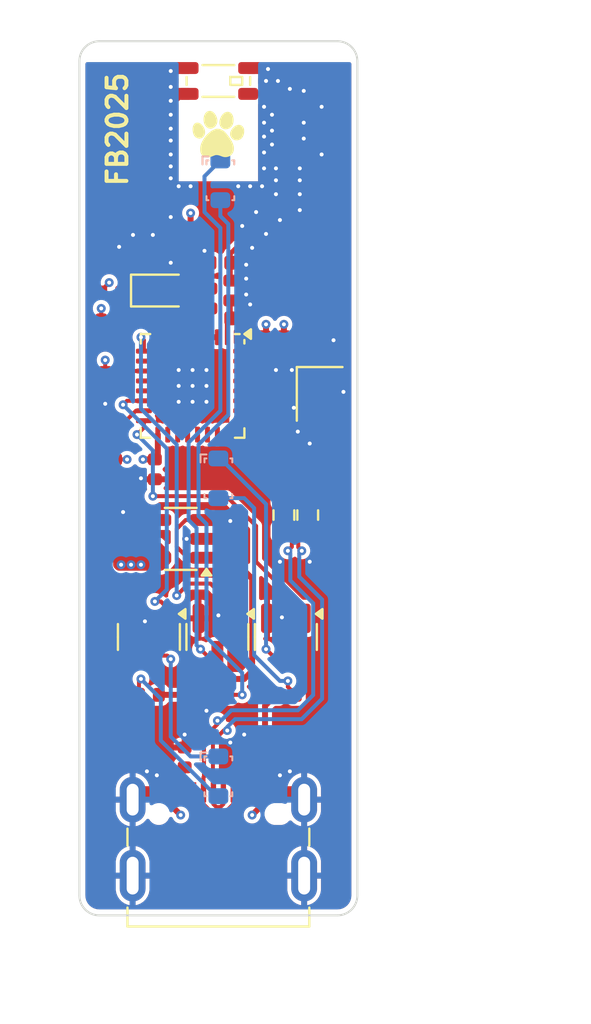
<source format=kicad_pcb>
(kicad_pcb (version 20241229) (generator "pcbnew") (generator_version "9.0")
  (layers (0 "F.Cu" signal) (4 "In1.Cu" signal) (6 "In2.Cu" signal) (2 "B.Cu" signal) (13 "F.Paste" user) (15 "B.Paste" user) (5 "F.SilkS" user "F.Silkscreen") (7 "B.SilkS" user "B.Silkscreen") (1 "F.Mask" user) (3 "B.Mask" user) (25 "Edge.Cuts" user))
  (net 0 "")
  (net 1 "Net-(AE1-A)")
  (net 2 "GND")
  (net 3 "+5V")
  (net 4 "+3V3")
  (net 5 "/XTAL_P")
  (net 6 "/XTAL_32K_P")
  (net 7 "/XTAL_N")
  (net 8 "/XTAL_32K_N")
  (net 9 "/ANT")
  (net 10 "Net-(C11-Pad1)")
  (net 11 "VDD3P3")
  (net 12 "Net-(D2-A)")
  (net 13 "Net-(D2-K)")
  (net 14 "Net-(D5-K)")
  (net 15 "Net-(D9-K)")
  (net 16 "Net-(D5-A)")
  (net 17 "/LED_Y")
  (net 20 "Net-(D9-A)")
  (net 22 "/LED_R")
  (net 23 "/RESET")
  (net 24 "Net-(J7-CC1)")
  (net 25 "/USB_D+")
  (net 26 "/USB_D-")
  (net 28 "Net-(J7-CC2)")
  (net 30 "/D+")
  (net 31 "/D-")
  (net 32 "/LED_G")
  (net 44 "/GPIO2")
  (net 45 "/GPIO9")
  (footprint "balto:C_0402_Worthington" (layer "F.Cu") (at 142.1 87.95)
    (property "Reference" "C10" (hide yes))
    (property "Value" "1.5p")
  )
  (footprint "balto:R_0402_Worthington" (layer "F.Cu") (at 135.6 88.05)
    (property "Reference" "R4" (hide yes))
    (property "Value" "10k")
  )
  (footprint "balto:C_0402_Worthington" (layer "F.Cu") (at 139.1 83.55 180)
    (property "Reference" "C5" (hide yes))
    (property "Value" "10u")
  )
  (footprint "balto:R_0402_Worthington" (layer "F.Cu") (at 141 106.9)
    (property "Reference" "R13" (hide yes))
    (property "Value" "220")
  )
  (footprint "balto:paw" (layer "F.Cu") (at 141 78.7)
    (property "Reference" "G***" (hide yes))
    (property "Value" "LOGO" (hide yes))
  )
  (footprint "balto:C_0402_Worthington" (layer "F.Cu") (at 145 79.7)
    (property "Reference" "C12" (hide yes))
    (property "Value" "TBD")
  )
  (footprint "balto:C_0402_Worthington" (layer "F.Cu") (at 144.3 89.35 -90)
    (property "Reference" "C3" (hide yes))
    (property "Value" "1u")
  )
  (footprint "balto:C_0402_Worthington" (layer "F.Cu") (at 143.3 89.35 -90)
    (property "Reference" "C4" (hide yes))
    (property "Value" "100n")
  )
  (footprint "Package_TO_SOT_SMD:SOT-23" (layer "F.Cu") (at 137.5 103.9875 -90)
    (property "Reference" "Q3" (hide yes))
    (property "Value" "BSS138")
  )
  (footprint "Package_TO_SOT_SMD:SOT-23" (layer "F.Cu") (at 144.4 103.9875 -90)
    (property "Reference" "Q1" (hide yes))
    (property "Value" "BSS138")
  )
  (footprint "balto:L_0402_Worthington" (layer "F.Cu") (at 144.5 78.5 -90)
    (property "Reference" "L3" (hide yes))
    (property "Value" "TBD")
  )
  (footprint "balto:R_0402_Worthington" (layer "F.Cu") (at 142.3 110.05 90)
    (property "Reference" "R9" (hide yes))
    (property "Value" "5.1k")
  )
  (footprint "balto:C_0402_Worthington" (layer "F.Cu") (at 137.8 95.55 -90)
    (property "Reference" "C19" (hide yes))
    (property "Value" "100n")
  )
  (footprint "Package_DFN_QFN:QFN-32-1EP_5x5mm_P0.5mm_EP3.7x3.7mm" (layer "F.Cu") (at 139.7 91.35 -90)
    (property "Reference" "U1" (hide yes))
    (property "Value" "ESP32C3")
  )
  (footprint "Connector_USB:USB_C_Receptacle_JAE_DX07S016JA1R1500" (layer "F.Cu") (at 141 114.85)
    (property "Reference" "J7" (hide yes))
    (property "Value" "USB_C_Receptacle_USB2.0")
  )
  (footprint "balto:R_0402_Worthington" (layer "F.Cu") (at 137.5 106.9 180)
    (property "Reference" "R17" (hide yes))
    (property "Value" "220")
  )
  (footprint "balto:R_0402_Worthington" (layer "F.Cu") (at 144.4 106.9)
    (property "Reference" "R8" (hide yes))
    (property "Value" "220")
  )
  (footprint "Fiducial:Fiducial_0.75mm_Mask1.5mm" (layer "F.Cu") (at 136 109)
    (property "Reference" "FID2" (hide yes))
    (property "Value" "Fiducial")
  )
  (footprint "Package_TO_SOT_SMD:SOT-23" (layer "F.Cu") (at 140.95 103.9875 -90)
    (property "Reference" "Q2" (hide yes))
    (property "Value" "BSS138")
  )
  (footprint "balto:C_0402_Worthington" (layer "F.Cu") (at 136.7 84.85 90)
    (property "Reference" "C9" (hide yes))
    (property "Value" "12p")
  )
  (footprint "balto:C_0402_Worthington" (layer "F.Cu") (at 137.7 84.85 90)
    (property "Reference" "C7" (hide yes))
    (property "Value" "12p")
  )
  (footprint "balto:R_0402_Worthington" (layer "F.Cu") (at 139.3 110.05 90)
    (property "Reference" "R10" (hide yes))
    (property "Value" "5.1k")
  )
  (footprint "balto:C_0402_Worthington" (layer "F.Cu") (at 146.1 89.85)
    (property "Reference" "C6" (hide yes))
    (property "Value" "15p")
  )
  (footprint "balto:C_0402_Worthington" (layer "F.Cu") (at 146.1 93.65 180)
    (property "Reference" "C8" (hide yes))
    (property "Value" "15p")
  )
  (footprint "balto:R_0402_Worthington" (layer "F.Cu") (at 135.8 94.55 90)
    (property "Reference" "R6" (hide yes))
    (property "Value" "10k")
  )
  (footprint "balto:L_0402_Worthington" (layer "F.Cu") (at 141.6 86.55 90)
    (property "Reference" "L1" (hide yes))
    (property "Value" "3n")
  )
  (footprint "Resistor_SMD:R_0603_1608Metric" (layer "F.Cu") (at 144.3 97.85 90)
    (property "Reference" "R2" (hide yes))
    (property "Value" "22")
  )
  (footprint "balto:C_0402_Worthington" (layer "F.Cu") (at 136.2 98.95 90)
    (property "Reference" "C2" (hide yes))
    (property "Value" "10u")
  )
  (footprint "Crystal:Crystal_SMD_2016-4Pin_2.0x1.6mm" (layer "F.Cu") (at 146.1 91.75 -90)
    (property "Reference" "Y2" (hide yes))
    (property "Value" "40MHz")
  )
  (footprint "balto:C_0402_Worthington" (layer "F.Cu") (at 140.6 86.95 90)
    (property "Reference" "C13" (hide yes))
    (property "Value" "1u")
  )
  (footprint "balto:C_0402_Worthington" (layer "F.Cu") (at 139.1 84.55 180)
    (property "Reference" "C17" (hide yes))
    (property "Value" "100n")
  )
  (footprint "balto:C_0402_Worthington" (layer "F.Cu") (at 141.6 99.45 90)
    (property "Reference" "C1" (hide yes))
    (property "Value" "1u")
  )
  (footprint "Package_TO_SOT_SMD:SOT-23-5" (layer "F.Cu") (at 139.1 99.05 180)
    (property "Reference" "U2" (hide yes))
    (property "Value" "TPS7A0333DBVR")
  )
  (footprint "balto:C_0402_Worthington" (layer "F.Cu") (at 145 77.3)
    (property "Reference" "C22" (hide yes))
    (property "Value" "TBD")
  )
  (footprint "balto:2450AT18D0100001-R" (layer "F.Cu") (at 141 76)
    (property "Reference" "AE1" (hide yes))
    (property "Value" "2450AT18D0100001")
  )
  (footprint "Fiducial:Fiducial_0.75mm_Mask1.5mm" (layer "F.Cu") (at 146 85)
    (property "Reference" "FID1" (hide yes))
    (property "Value" "Fiducial")
  )
  (footprint "Crystal:Crystal_SMD_2012-2Pin_2.0x1.2mm" (layer "F.Cu") (at 137.8 86.55)
    (property "Reference" "Y3" (hide yes))
    (property "Value" "32.768kHz")
  )
  (footprint "balto:C_0402_Worthington" (layer "F.Cu") (at 135.3 91.15 -90)
    (property "Reference" "C18" (hide yes))
    (property "Value" "100n")
  )
  (footprint "Resistor_SMD:R_0603_1608Metric" (layer "F.Cu") (at 145.5 97.85 90)
    (property "Reference" "R1" (hide yes))
    (property "Value" "22")
  )
  (footprint "balto:R_0402_Worthington" (layer "F.Cu") (at 139.6 85.95 -90)
    (property "Reference" "R7" (hide yes))
    (property "Value" "0")
  )
  (footprint "balto:C_0402_Worthington" (layer "F.Cu") (at 141.1 85.15 180)
    (property "Reference" "C11" (hide yes))
    (property "Value" "1.5p")
  )
  (footprint "balto:R_0402_Worthington" (layer "F.Cu") (at 135.6 86.65)
    (property "Reference" "R5" (hide yes))
    (property "Value" "10k")
  )
  (footprint "balto:Wurth_LED_2214" (layer "B.Cu") (at 141 96 -90)
    (property "Reference" "D2" (hide yes))
    (property "Value" "LED")
  )
  (footprint "balto:Wurth_LED_2214" (layer "B.Cu") (at 141.1 81 -90)
    (property "Reference" "D5" (hide yes))
    (property "Value" "LED")
  )
  (footprint "balto:Wurth_LED_2214" (layer "B.Cu") (at 141 111 -90)
    (property "Reference" "D9" (hide yes))
    (property "Value" "LED")
  )
  (gr_arc (start 134 75) (mid 134.292893 74.292893) (end 135 74) (stroke (width 0.1)) (layer "Edge.Cuts"))
  (gr_arc (start 147 74) (mid 147.707107 74.292893) (end 148 75) (stroke (width 0.1)) (layer "Edge.Cuts"))
  (gr_arc (start 135 118) (mid 134.292893 117.707107) (end 134 117) (stroke (width 0.1)) (layer "Edge.Cuts"))
  (gr_line (start 147 74) (end 135 74) (stroke (width 0.1)) (layer "Edge.Cuts"))
  (gr_line (start 148 117) (end 148 75) (stroke (width 0.1)) (layer "Edge.Cuts"))
  (gr_line (start 135 118) (end 147 118) (stroke (width 0.1)) (layer "Edge.Cuts"))
  (gr_arc (start 148 117) (mid 147.707107 117.707107) (end 147 118) (stroke (width 0.1)) (layer "Edge.Cuts"))
  (gr_line (start 134 75) (end 134 117) (stroke (width 0.1)) (layer "Edge.Cuts"))
  (gr_text "FB2025" (at 136.5 81.4 90) (layer "F.SilkS") (effects (font (size 1 1) (thickness 0.2) (bold yes)) (justify left bottom)))
  (segment (start 144.5 77.3) (end 143.85 76.65) (width 0.245) (layer "F.Cu") (net 1))
  (segment (start 143.85 76.65) (end 142.5 76.65) (width 0.245) (layer "F.Cu") (net 1))
  (segment (start 144.5 78) (end 144.5 77.3) (width 0.245) (layer "F.Cu") (net 1))
  (segment (start 138.95 76.65) (end 138.6 77) (width 0.6) (layer "F.Cu") (net 2))
  (segment (start 143.3 89.85) (end 144.3 89.85) (width 0.3) (layer "F.Cu") (net 2))
  (segment (start 138.6 75.5) (end 138.65 75.35) (width 0.6) (layer "F.Cu") (net 2))
  (segment (start 139.5 76.65) (end 138.95 76.65) (width 0.6) (layer "F.Cu") (net 2))
  (segment (start 143.8 90.45) (end 143.3 89.95) (width 0.3) (layer "F.Cu") (net 2))
  (segment (start 144.3 89.85) (end 144.3 90.15) (width 0.3) (layer "F.Cu") (net 2))
  (segment (start 139.5 75.35) (end 138.75 75.35) (width 0.6) (layer "F.Cu") (net 2))
  (segment (start 144.1 111.8) (end 144.945 111.8) (width 0.6) (layer "F.Cu") (net 2))
  (segment (start 143.35 75.35) (end 142.5 75.35) (width 0.6) (layer "F.Cu") (net 2))
  (segment (start 137.9 111.8) (end 137.055 111.8) (width 0.6) (layer "F.Cu") (net 2))
  (segment (start 143.3 89.95) (end 143.3 89.85) (width 0.3) (layer "F.Cu") (net 2))
  (segment (start 138.6 77) (end 138.6 76.3) (width 0.6) (layer "F.Cu") (net 2))
  (segment (start 137.055 111.8) (end 136.68 112.175) (width 0.6) (layer "F.Cu") (net 2))
  (segment (start 138.75 75.35) (end 138.6 75.5) (width 0.6) (layer "F.Cu") (net 2))
  (segment (start 144.945 111.8) (end 145.32 112.175) (width 0.6) (layer "F.Cu") (net 2))
  (segment (start 144.3 90.15) (end 144.7 90.55) (width 0.3) (layer "F.Cu") (net 2))
  (via (at 143.9 90.55) (size 0.45) (drill 0.2) (layers "F.Cu" "B.Cu") (net 2))
  (via (at 144.7 90.55) (size 0.45) (drill 0.2) (layers "F.Cu" "B.Cu") (net 2))
  (via (at 141.6 109.3) (size 0.45) (drill 0.2) (layers "F.Cu" "B.Cu") (net 2))
  (via (at 144.2 103) (size 0.45) (drill 0.2) (layers "F.Cu" "B.Cu") (net 2))
  (via (at 142.7 84.4) (size 0.45) (drill 0.2) (layers "F.Cu" "B.Cu") (net 2))
  (via (at 145.1 82.5) (size 0.45) (drill 0.2) (layers "F.Cu" "B.Cu") (net 2))
  (via (at 142.4 85.95) (size 0.45) (drill 0.2) (layers "F.Cu" "B.Cu") (net 2))
  (via (at 146.2 77.3) (size 0.45) (drill 0.2) (layers "F.Cu" "B.Cu") (net 2))
  (via (at 138.6 79) (size 0.45) (drill 0.2) (layers "F.Cu" "B.Cu") (net 2))
  (via (at 139.4 99.05) (size 0.45) (drill 0.2) (layers "F.Cu" "B.Cu") (net 2))
  (via (at 144.1 83) (size 0.45) (drill 0.2) (layers "F.Cu" "B.Cu") (net 2))
  (via (at 143.2 81.3) (size 0.45) (drill 0.2) (layers "F.Cu" "B.Cu") (net 2))
  (via (at 144.6 110.75) (size 0.45) (drill 0.2) (layers "F.Cu" "B.Cu") (net 2))
  (via (at 143.7 78.5) (size 0.45) (drill 0.2) (layers "F.Cu" "B.Cu") (net 2))
  (via (at 143.3 77.3) (size 0.45) (drill 0.2) (layers "F.Cu" "B.Cu") (net 2))
  (via (at 143.9 80.4) (size 0.45) (drill 0.2) (layers "F.Cu" "B.Cu") (net 2))
  (via (at 138.6 80.9) (size 0.45) (drill 0.2) (layers "F.Cu" "B.Cu") (net 2))
  (via (at 138.6 75.5) (size 0.45) (drill 0.2) (layers "F.Cu" "B.Cu") (net 2))
  (via (at 140.4 90.55) (size 0.45) (drill 0.2) (layers "F.Cu" "B.Cu") (net 2))
  (via (at 145.1 81) (size 0.45) (drill 0.2) (layers "F.Cu" "B.Cu") (net 2))
  (via (at 142.4 86.75) (size 0.45) (drill 0.2) (layers "F.Cu" "B.Cu") (net 2))
  (via (at 139 91.35) (size 0.45) (drill 0.2) (layers "F.Cu" "B.Cu") (net 2))
  (via (at 140.4 91.35) (size 0.45) (drill 0.2) (layers "F.Cu" "B.Cu") (net 2))
  (via (at 143.9 81) (size 0.45) (drill 0.2) (layers "F.Cu" "B.Cu") (net 2))
  (via (at 143.5 75.4) (size 0.45) (drill 0.2) (layers "F.Cu" "B.Cu") (net 2))
  (via (at 144.6 76.4) (size 0.45) (drill 0.2) (layers "F.Cu" "B.Cu") (net 2))
  (via (at 145.1 80.4) (size 0.45) (drill 0.2) (layers "F.Cu" "B.Cu") (net 2))
  (via (at 138.6 76.3) (size 0.45) (drill 0.2) (layers "F.Cu" "B.Cu") (net 2))
  (via (at 142.3 108.9) (size 0.45) (drill 0.2) (layers "F.Cu" "B.Cu") (net 2))
  (via (at 142 81.3) (size 0.45) (drill 0.2) (layers "F.Cu" "B.Cu") (net 2))
  (via (at 143.4 76) (size 0.45) (drill 0.2) (layers "F.Cu" "B.Cu") (net 2))
  (via (at 138.6 77) (size 0.45) (drill 0.2) (layers "F.Cu" "B.Cu") (net 2))
  (via (at 144.1 100.2) (size 0.45) (drill 0.2) (layers "F.Cu" "B.Cu") (net 2))
  (via (at 145.6 94.25) (size 0.45) (drill 0.2) (layers "F.Cu" "B.Cu") (net 2))
  (via (at 139.3 108.9) (size 0.45) (drill 0.2) (layers "F.Cu" "B.Cu") (net 2))
  (via (at 138.6 85.15) (size 0.45) (drill 0.2) (layers "F.Cu" "B.Cu") (net 2))
  (via (at 139.7 90.55) (size 0.45) (drill 0.2) (layers "F.Cu" "B.Cu") (net 2))
  (via (at 138.6 77.7) (size 0.45) (drill 0.2) (layers "F.Cu" "B.Cu") (net 2))
  (via (at 142.2 83.3) (size 0.45) (drill 0.2) (layers "F.Cu" "B.Cu") (net 2))
  (via (at 137.9 110.95) (size 0.45) (drill 0.2) (layers "F.Cu" "B.Cu") (net 2))
  (via (at 143.9 81.7) (size 0.45) (drill 0.2) (layers "F.Cu" "B.Cu") (net 2))
  (via (at 147.3 91.65) (size 0.45) (drill 0.2) (layers "F.Cu" "B.Cu") (net 2))
  (via (at 137.4 110.75) (size 0.45) (drill 0.2) (layers "F.Cu" "B.Cu") (net 2))
  (via (at 146.8 89.05) (size 0.45) (drill 0.2) (layers "F.Cu" "B.Cu") (net 2))
  (via (at 139 90.55) (size 0.45) (drill 0.2) (layers "F.Cu" "B.Cu") (net 2))
  (via (at 145 93.65) (size 0.45) (drill 0.2) (layers "F.Cu" "B.Cu") (net 2))
  (via (at 140.4 107.7) (size 0.45) (drill 0.2) (layers "F.Cu" "B.Cu") (net 2))
  (via (at 140.4 92.15) (size 0.45) (drill 0.2) (layers "F.Cu" "B.Cu") (net 2))
  (via (at 143.4 83.7) (size 0.45) (drill 0.2) (layers "F.Cu" "B.Cu") (net 2))
  (via (at 136 84.35) (size 0.45) (drill 0.2) (layers "F.Cu" "B.Cu") (net 2))
  (via (at 142.9 82.6) (size 0.45) (drill 0.2) (layers "F.Cu" "B.Cu") (net 2))
  (via (at 138.6 80.3) (size 0.45) (drill 0.2) (layers "F.Cu" "B.Cu") (net 2))
  (via (at 139.7 92.15) (size 0.45) (drill 0.2) (layers "F.Cu" "B.Cu") (net 2))
  (via (at 138.6 82.85) (size 0.45) (drill 0.2) (layers "F.Cu" "B.Cu") (net 2))
  (via (at 146.2 79.7) (size 0.45) (drill 0.2) (layers "F.Cu" "B.Cu") (net 2))
  (via (at 143.3 80.4) (size 0.45) (drill 0.2) (layers "F.Cu" "B.Cu") (net 2))
  (via (at 137.7 83.75) (size 0.45) (drill 0.2) (layers "F.Cu" "B.Cu") (net 2))
  (via (at 143.3 78.1) (size 0.45) (drill 0.2) (layers "F.Cu" "B.Cu") (net 2))
  (via (at 144.1 110.95) (size 0.45) (drill 0.2) (layers "F.Cu" "B.Cu") (net 2))
  (via (at 143.7 77.7) (size 0.45) (drill 0.2) (layers "F.Cu" "B.Cu") (net 2))
  (via (at 142.6 81.3) (size 0.45) (drill 0.2) (layers "F.Cu" "B.Cu") (net 2))
  (via (at 145.1 81.7) (size 0.45) (drill 0.2) (layers "F.Cu" "B.Cu") (net 2))
  (via (at 140.3 84.55) (size 0.45) (drill 0.2) (layers "F.Cu" "B.Cu") (net 2))
  (via (at 143.3 78.8) (size 0.45) (drill 0.2) (layers "F.Cu" "B.Cu") (net 2))
  (via (at 137.1 96) (size 0.45) (drill 0.2) (layers "F.Cu" "B.Cu") (net 2))
  (via (at 145.6 100.2) (size 0.45) (drill 0.2) (layers "F.Cu" "B.Cu") (net 2))
  (via (at 138.6 78.4) (size 0.45) (drill 0.2) (layers "F.Cu" "B.Cu") (net 2))
  (via (at 139.7 91.35) (size 0.45) (drill 0.2) (layers "F.Cu" "B.Cu") (net 2))
  (via (at 137.3 103.2) (size 0.45) (drill 0.2) (layers "F.Cu" "B.Cu") (net 2))
  (via (at 144 76) (size 0.45) (drill 0.2) (layers "F.Cu" "B.Cu") (net 2))
  (via (at 144.8 92.45) (size 0.45) (drill 0.2) (layers "F.Cu" "B.Cu") (net 2))
  (via (at 142.6 87.25) (size 0.45) (drill 0.2) (layers "F.Cu" "B.Cu") (net 2))
  (via (at 139.6 81.3) (size 0.45) (drill 0.2) (layers "F.Cu" "B.Cu") (net 2))
  (via (at 145.3 78.9) (size 0.45) (drill 0.2) (layers "F.Cu" "B.Cu") (net 2))
  (via (at 135.3 92.25) (size 0.45) (drill 0.2) (layers "F.Cu" "B.Cu") (net 2))
  (via (at 139 92.15) (size 0.45) (drill 0.2) (layers "F.Cu" "B.Cu") (net 2))
  (via (at 139 81.3) (size 0.45) (drill 0.2) (layers "F.Cu" "B.Cu") (net 2))
  (via (at 141 102.9) (size 0.45) (drill 0.2) (layers "F.Cu" "B.Cu") (net 2))
  (via (at 143.7 79.2) (size 0.45) (drill 0.2) (layers "F.Cu" "B.Cu") (net 2))
  (via (at 143.3 79.6) (size 0.45) (drill 0.2) (layers "F.Cu" "B.Cu") (net 2))
  (via (at 141.6 98.15) (size 0.45) (drill 0.2) (layers "F.Cu" "B.Cu") (net 2))
  (via (at 136.2 97.7) (size 0.45) (drill 0.2) (layers "F.Cu" "B.Cu") (net 2))
  (via (at 145.3 78.1) (size 0.45) (drill 0.2) (layers "F.Cu" "B.Cu") (net 2))
  (via (at 138.6 79.7) (size 0.45) (drill 0.2) (layers "F.Cu" "B.Cu") (net 2))
  (via (at 145.3 76.5) (size 0.45) (drill 0.2) (layers "F.Cu" "B.Cu") (net 2))
  (via (at 136.7 83.75) (size 0.45) (drill 0.2) (layers "F.Cu" "B.Cu") (net 2))
  (via (at 142.4 85.25) (size 0.45) (drill 0.2) (layers "F.Cu" "B.Cu") (net 2))
  (segment (start 142.7 105.7) (end 143.9 106.9) (width 0.3) (layer "F.Cu") (net 3))
  (segment (start 139.1 112.95) (end 138.65 112.5) (width 0.3) (layer "F.Cu") (net 3))
  (segment (start 140.2375 98.1) (end 139.35 98.1) (width 0.2) (layer "F.Cu") (net 3))
  (segment (start 139.35 98.1) (end 138.9 98.55) (width 0.2) (layer "F.Cu") (net 3))
  (segment (start 138.9 99.45) (end 139.45 100) (width 0.2) (layer "F.Cu") (net 3))
  (segment (start 140.2375 100) (end 141.55 100) (width 0.3) (layer "F.Cu") (net 3))
  (segment (start 141.3 106.1) (end 140.5 106.9) (width 0.3) (layer "F.Cu") (net 3))
  (segment (start 142.3 106.1) (end 141.3 106.1) (width 0.3) (layer "F.Cu") (net 3))
  (segment (start 143.35 111.8) (end 143.35 107.45) (width 0.3) (layer "F.Cu") (net 3))
  (segment (start 141.55 100) (end 141.6 99.95) (width 0.3) (layer "F.Cu") (net 3))
  (segment (start 142.7 105.7) (end 142.3 106.1) (width 0.3) (layer "F.Cu") (net 3))
  (segment (start 138.9 98.55) (end 138.9 99.45) (width 0.2) (layer "F.Cu") (net 3))
  (segment (start 143.35 107.45) (end 143.9 106.9) (width 0.3) (layer "F.Cu") (net 3))
  (segment (start 141.6 99.95) (end 142.7 101.05) (width 0.3) (layer "F.Cu") (net 3))
  (segment (start 139.45 100) (end 140.2375 100) (width 0.2) (layer "F.Cu") (net 3))
  (segment (start 143.35 112.3) (end 143.35 111.8) (width 0.3) (layer "F.Cu") (net 3))
  (segment (start 138.65 112.5) (end 138.65 111.8) (width 0.3) (layer "F.Cu") (net 3))
  (segment (start 138 106.9) (end 140.5 106.9) (width 0.3) (layer "F.Cu") (net 3))
  (segment (start 142.7 101.05) (end 142.7 105.7) (width 0.3) (layer "F.Cu") (net 3))
  (segment (start 142.7 112.95) (end 143.35 112.3) (width 0.3) (layer "F.Cu") (net 3))
  (via (at 142.7 112.95) (size 0.45) (drill 0.2) (layers "F.Cu" "B.Cu") (net 3))
  (via (at 139.1 112.95) (size 0.45) (drill 0.2) (layers "F.Cu" "B.Cu") (net 3))
  (segment (start 135.3 90.65) (end 135.3 90.05) (width 0.2) (layer "F.Cu") (net 4))
  (segment (start 143.2 88.85) (end 142.45 89.6) (width 0.3) (layer "F.Cu") (net 4))
  (segment (start 139.6 85.45) (end 139.6 84.55) (width 0.3) (layer "F.Cu") (net 4))
  (segment (start 139.6 83.55) (end 139.6 82.65) (width 0.3) (layer "F.Cu") (net 4))
  (segment (start 139.6 84.55) (end 139.6 83.55) (width 0.3) (layer "F.Cu") (net 4))
  (segment (start 135.1 88.05) (end 135.1 87.45) (width 0.2) (layer "F.Cu") (net 4))
  (segment (start 135.8 95.05) (end 136.4 95.05) (width 0.2) (layer "F.Cu") (net 4))
  (segment (start 143.4 88.85) (end 144.3 88.85) (width 0.3) (layer "F.Cu") (net 4))
  (segment (start 144.3 88.85) (end 144.3 88.25) (width 0.3) (layer "F.Cu") (net 4))
  (segment (start 137.95 93.8) (end 137.95 94.9) (width 0.3) (layer "F.Cu") (net 4))
  (segment (start 142.45 89.6) (end 142.15 89.6) (width 0.3) (layer "F.Cu") (net 4))
  (segment (start 143.4 88.85) (end 143.4 88.25) (width 0.3) (layer "F.Cu") (net 4))
  (segment (start 143.4 88.85) (end 143.2 88.85) (width 0.3) (layer "F.Cu") (net 4))
  (segment (start 135.1 86.55) (end 135.5 86.15) (width 0.2) (layer "F.Cu") (net 4))
  (segment (start 137.8 95.05) (end 137.2 95.05) (width 0.3) (layer "F.Cu") (net 4))
  (segment (start 135.1 86.65) (end 135.1 86.55) (width 0.2) (layer "F.Cu") (net 4))
  (segment (start 137.95 94.9) (end 137.8 95.05) (width 0.3) (layer "F.Cu") (net 4))
  (segment (start 135.35 90.6) (end 135.3 90.65) (width 0.2) (layer "F.Cu") (net 4))
  (segment (start 137.25 90.6) (end 135.35 90.6) (width 0.2) (layer "F.Cu") (net 4))
  (segment (start 142.15 90.1) (end 142.15 89.6) (width 0.3) (layer "F.Cu") (net 4))
  (via (at 144.3 88.25) (size 0.45) (drill 0.2) (layers "F.Cu" "B.Cu") (net 4))
  (via (at 137.2 95.05) (size 0.45) (drill 0.2) (layers "F.Cu" "B.Cu") (net 4))
  (via (at 136.6 100.35) (size 0.45) (drill 0.2) (layers "F.Cu" "B.Cu") (net 4))
  (via (at 139.6 82.65) (size 0.45) (drill 0.2) (layers "F.Cu" "B.Cu") (net 4))
  (via (at 136.1 100.35) (size 0.45) (drill 0.2) (layers "F.Cu" "B.Cu") (net 4))
  (via (at 135.1 87.45) (size 0.45) (drill 0.2) (layers "F.Cu" "B.Cu") (net 4))
  (via (at 135.5 86.15) (size 0.45) (drill 0.2) (layers "F.Cu" "B.Cu") (net 4))
  (via (at 136.4 95.05) (size 0.45) (drill 0.2) (layers "F.Cu" "B.Cu") (net 4))
  (via (at 143.4 88.25) (size 0.45) (drill 0.2) (layers "F.Cu" "B.Cu") (net 4))
  (via (at 135.3 90.05) (size 0.45) (drill 0.2) (layers "F.Cu" "B.Cu") (net 4))
  (via (at 137.1 100.35) (size 0.45) (drill 0.2) (layers "F.Cu" "B.Cu") (net 4))
  (segment (start 145.55 91.05) (end 145.55 89.9) (width 0.2) (layer "F.Cu") (net 5))
  (segment (start 143.7 91.05) (end 145.55 91.05) (width 0.2) (layer "F.Cu") (net 5))
  (segment (start 143.25 90.6) (end 143.7 91.05) (width 0.2) (layer "F.Cu") (net 5))
  (segment (start 142.15 90.6) (end 143.25 90.6) (width 0.2) (layer "F.Cu") (net 5))
  (segment (start 145.55 89.9) (end 145.6 89.85) (width 0.2) (layer "F.Cu") (net 5))
  (segment (start 139.95 87.8) (end 139.2 87.05) (width 0.2) (layer "F.Cu") (net 6))
  (segment (start 139.95 88.9) (end 139.95 87.8) (width 0.2) (layer "F.Cu") (net 6))
  (segment (start 138.5 86.55) (end 138.5 86.15) (width 0.2) (layer "F.Cu") (net 6))
  (segment (start 138.5 86.15) (end 137.7 85.35) (width 0.2) (layer "F.Cu") (net 6))
  (segment (start 138.7 87.05) (end 138.5 86.85) (width 0.2) (layer "F.Cu") (net 6))
  (segment (start 139.2 87.05) (end 138.7 87.05) (width 0.2) (layer "F.Cu") (net 6))
  (segment (start 138.5 86.85) (end 138.5 86.55) (width 0.2) (layer "F.Cu") (net 6))
  (segment (start 146.65 93.6) (end 146.6 93.65) (width 0.2) (layer "F.Cu") (net 7))
  (segment (start 143.25 91.1) (end 143.9 91.75) (width 0.2) (layer "F.Cu") (net 7))
  (segment (start 146.65 92.45) (end 146.65 93.6) (width 0.2) (layer "F.Cu") (net 7))
  (segment (start 146.65 92.325) (end 146.65 92.45) (width 0.2) (layer "F.Cu") (net 7))
  (segment (start 146.075 91.75) (end 146.65 92.325) (width 0.2) (layer "F.Cu") (net 7))
  (segment (start 143.9 91.75) (end 146.075 91.75) (width 0.2) (layer "F.Cu") (net 7))
  (segment (start 142.15 91.1) (end 143.25 91.1) (width 0.2) (layer "F.Cu") (net 7))
  (segment (start 137.1 86.55) (end 137.1 86.25) (width 0.2) (layer "F.Cu") (net 8))
  (segment (start 139.45 87.9) (end 139 87.45) (width 0.2) (layer "F.Cu") (net 8))
  (segment (start 139 87.45) (end 137.8 87.45) (width 0.2) (layer "F.Cu") (net 8))
  (segment (start 139.45 88.9) (end 139.45 87.9) (width 0.2) (layer "F.Cu") (net 8))
  (segment (start 136.7 85.85) (end 136.7 85.35) (width 0.2) (layer "F.Cu") (net 8))
  (segment (start 137.1 86.75) (end 137.1 86.55) (width 0.2) (layer "F.Cu") (net 8))
  (segment (start 137.8 87.45) (end 137.1 86.75) (width 0.2) (layer "F.Cu") (net 8))
  (segment (start 136.7 85.85) (end 137.1 86.25) (width 0.2) (layer "F.Cu") (net 8))
  (segment (start 141.6 87.95) (end 141.6 87.05) (width 0.245) (layer "F.Cu") (net 9))
  (segment (start 141.45 88.1) (end 141.6 87.95) (width 0.245) (layer "F.Cu") (net 9))
  (segment (start 141.45 88.9) (end 141.45 88.1) (width 0.245) (layer "F.Cu") (net 9))
  (segment (start 141.6 84.7) (end 141.6 85.15) (width 0.245) (layer "F.Cu") (net 10))
  (segment (start 144.5 79.7) (end 144.5 79) (width 0.245) (layer "F.Cu") (net 10))
  (segment (start 144.5 81.8) (end 141.6 84.7) (width 0.245) (layer "F.Cu") (net 10))
  (segment (start 141.6 86.05) (end 141.6 85.15) (width 0.245) (layer "F.Cu") (net 10))
  (segment (start 144.5 79.7) (end 144.5 81.8) (width 0.245) (layer "F.Cu") (net 10))
  (segment (start 140.45 88.9) (end 140.45 87.6) (width 0.3) (layer "F.Cu") (net 11))
  (segment (start 140.6 87.45) (end 139.6 86.45) (width 0.3) (layer "F.Cu") (net 11))
  (segment (start 140.45 87.6) (end 140.6 87.45) (width 0.3) (layer "F.Cu") (net 11))
  (segment (start 140.95 88.9) (end 140.45 88.9) (width 0.3) (layer "F.Cu") (net 11))
  (segment (start 144.5 106.5) (end 144.5 106.2) (width 0.2) (layer "F.Cu") (net 12))
  (segment (start 144.9 106.9) (end 144.5 106.5) (width 0.2) (layer "F.Cu") (net 12))
  (via (at 144.5 106.2) (size 0.45) (drill 0.2) (layers "F.Cu" "B.Cu") (net 12))
  (segment (start 144.5 106.2) (end 144.1 106.2) (width 0.2) (layer "B.Cu") (net 12))
  (segment (start 142.3 97) (end 141 97) (width 0.2) (layer "B.Cu") (net 12))
  (segment (start 144.1 106.2) (end 142.8 104.9) (width 0.2) (layer "B.Cu") (net 12))
  (segment (start 142.8 97.5) (end 142.3 97) (width 0.2) (layer "B.Cu") (net 12))
  (segment (start 142.8 104.9) (end 142.8 97.5) (width 0.2) (layer "B.Cu") (net 12))
  (segment (start 143.4 104.6) (end 143.725 104.925) (width 0.2) (layer "F.Cu") (net 13))
  (segment (start 143.725 104.925) (end 144.4 104.925) (width 0.2) (layer "F.Cu") (net 13))
  (via (at 143.4 104.6) (size 0.45) (drill 0.2) (layers "F.Cu" "B.Cu") (net 13))
  (segment (start 141.1 95) (end 141.7 95.6) (width 0.2) (layer "B.Cu") (net 13))
  (segment (start 143.4 97.3) (end 143.4 104.6) (width 0.2) (layer "B.Cu") (net 13))
  (segment (start 141.7 95.6) (end 143.4 97.3) (width 0.2) (layer "B.Cu") (net 13))
  (segment (start 141 95) (end 141.1 95) (width 0.2) (layer "B.Cu") (net 13))
  (segment (start 140.425 104.925) (end 140.95 104.925) (width 0.2) (layer "F.Cu") (net 14))
  (segment (start 140.1 104.6) (end 140.425 104.925) (width 0.2) (layer "F.Cu") (net 14))
  (via (at 140.1 104.6) (size 0.45) (drill 0.2) (layers "F.Cu" "B.Cu") (net 14))
  (segment (start 140.3 80.8) (end 141.1 80) (width 0.2) (layer "B.Cu") (net 14))
  (segment (start 139.5 94.2) (end 141.1 92.6) (width 0.2) (layer "B.Cu") (net 14))
  (segment (start 139.9 104.4) (end 139.9 98.5) (width 0.2) (layer "B.Cu") (net 14))
  (segment (start 141.1 83.4) (end 140.3 82.6) (width 0.2) (layer "B.Cu") (net 14))
  (segment (start 139.9 98.5) (end 139.5 98.1) (width 0.2) (layer "B.Cu") (net 14))
  (segment (start 139.5 98.1) (end 139.5 94.2) (width 0.2) (layer "B.Cu") (net 14))
  (segment (start 141.1 92.6) (end 141.1 83.4) (width 0.2) (layer "B.Cu") (net 14))
  (segment (start 140.3 82.6) (end 140.3 80.8) (width 0.2) (layer "B.Cu") (net 14))
  (segment (start 140.1 104.6) (end 139.9 104.4) (width 0.2) (layer "B.Cu") (net 14))
  (segment (start 138.425 104.925) (end 137.5 104.925) (width 0.2) (layer "F.Cu") (net 15))
  (segment (start 138.6 105.1) (end 138.425 104.925) (width 0.2) (layer "F.Cu") (net 15))
  (via (at 138.6 105.1) (size 0.45) (drill 0.2) (layers "F.Cu" "B.Cu") (net 15))
  (segment (start 138.6 105.1) (end 138.6 109) (width 0.2) (layer "B.Cu") (net 15))
  (segment (start 139.6 110) (end 141 110) (width 0.2) (layer "B.Cu") (net 15))
  (segment (start 138.6 109) (end 139.6 110) (width 0.2) (layer "B.Cu") (net 15))
  (segment (start 142.2 106.9) (end 141.5 106.9) (width 0.2) (layer "F.Cu") (net 16))
  (via (at 142.2 106.9) (size 0.45) (drill 0.2) (layers "F.Cu" "B.Cu") (net 16))
  (segment (start 141.5 83.2) (end 141.1 82.8) (width 0.2) (layer "B.Cu") (net 16))
  (segment (start 141.5 92.8) (end 141.5 83.2) (width 0.2) (layer "B.Cu") (net 16))
  (segment (start 141.1 82.8) (end 141.1 82) (width 0.2) (layer "B.Cu") (net 16))
  (segment (start 142.2 105.8) (end 140.4 104) (width 0.2) (layer "B.Cu") (net 16))
  (segment (start 142.2 106.9) (end 142.2 105.8) (width 0.2) (layer "B.Cu") (net 16))
  (segment (start 140.4 104) (end 140.4 98.3) (width 0.2) (layer "B.Cu") (net 16))
  (segment (start 140 94.3) (end 141.5 92.8) (width 0.2) (layer "B.Cu") (net 16))
  (segment (start 140.4 98.3) (end 140 97.9) (width 0.2) (layer "B.Cu") (net 16))
  (segment (start 140 97.9) (end 140 94.3) (width 0.2) (layer "B.Cu") (net 16))
  (segment (start 137.25 92.1) (end 136.4 92.1) (width 0.2) (layer "F.Cu") (net 17))
  (segment (start 137.8 102.2) (end 138.1 102.2) (width 0.2) (layer "F.Cu") (net 17))
  (segment (start 138.1 102.2) (end 138.45 102.55) (width 0.2) (layer "F.Cu") (net 17))
  (segment (start 136.4 92.1) (end 136.2 92.3) (width 0.2) (layer "F.Cu") (net 17))
  (segment (start 138.45 102.55) (end 138.45 103.05) (width 0.2) (layer "F.Cu") (net 17))
  (via (at 136.2 92.3) (size 0.45) (drill 0.2) (layers "F.Cu" "B.Cu") (net 17))
  (via (at 137.8 102.2) (size 0.45) (drill 0.2) (layers "F.Cu" "B.Cu") (net 17))
  (segment (start 136.2 92.3) (end 138.4 94.5) (width 0.2) (layer "B.Cu") (net 17))
  (segment (start 138.4 101.6) (end 137.8 102.2) (width 0.2) (layer "B.Cu") (net 17))
  (segment (start 138.4 94.5) (end 138.4 101.6) (width 0.2) (layer "B.Cu") (net 17))
  (segment (start 137 106.9) (end 137 106.2) (width 0.2) (layer "F.Cu") (net 20))
  (segment (start 137 106.2) (end 137.1 106.1) (width 0.2) (layer "F.Cu") (net 20))
  (via (at 137.1 106.1) (size 0.45) (drill 0.2) (layers "F.Cu" "B.Cu") (net 20))
  (segment (start 140.9 112) (end 141 112) (width 0.2) (layer "B.Cu") (net 20))
  (segment (start 137.1 106.1) (end 138.1 107.1) (width 0.2) (layer "B.Cu") (net 20))
  (segment (start 138.1 109.2) (end 140.9 112) (width 0.2) (layer "B.Cu") (net 20))
  (segment (start 138.1 107.1) (end 138.1 109.2) (width 0.2) (layer "B.Cu") (net 20))
  (segment (start 141.9 102.6) (end 141.9 103.05) (width 0.2) (layer "F.Cu") (net 22))
  (segment (start 138.9 101.9) (end 139.5 101.3) (width 0.2) (layer "F.Cu") (net 22))
  (segment (start 137.25 89.6) (end 137.25 89.05) (width 0.2) (layer "F.Cu") (net 22))
  (segment (start 140.6 101.3) (end 141.9 102.6) (width 0.2) (layer "F.Cu") (net 22))
  (segment (start 137.25 89.05) (end 137.1 88.9) (width 0.2) (layer "F.Cu") (net 22))
  (segment (start 139.5 101.3) (end 140.6 101.3) (width 0.2) (layer "F.Cu") (net 22))
  (via (at 137.1 88.9) (size 0.45) (drill 0.2) (layers "F.Cu" "B.Cu") (net 22))
  (via (at 138.9 101.9) (size 0.45) (drill 0.2) (layers "F.Cu" "B.Cu") (net 22))
  (segment (start 138.9 94.3) (end 138.9 101.9) (width 0.2) (layer "B.Cu") (net 22))
  (segment (start 137.1 88.9) (end 137.1 92.5) (width 0.2) (layer "B.Cu") (net 22))
  (segment (start 137.1 92.5) (end 138.9 94.3) (width 0.2) (layer "B.Cu") (net 22))
  (segment (start 136.3 88.25) (end 136.1 88.05) (width 0.2) (layer "F.Cu") (net 23))
  (segment (start 138.2 88.25) (end 136.3 88.25) (width 0.2) (layer "F.Cu") (net 23))
  (segment (start 138.45 88.9) (end 138.45 88.5) (width 0.2) (layer "F.Cu") (net 23))
  (segment (start 138.45 88.5) (end 138.2 88.25) (width 0.2) (layer "F.Cu") (net 23))
  (segment (start 139.25 110.6) (end 139.3 110.55) (width 0.2) (layer "F.Cu") (net 24))
  (segment (start 139.25 111.8) (end 139.25 110.6) (width 0.2) (layer "F.Cu") (net 24))
  (segment (start 140.725 109.240686) (end 141.270711 108.694976) (width 0.2) (layer "F.Cu") (net 25))
  (segment (start 140.75 112.4) (end 140.75 111.8) (width 0.2) (layer "F.Cu") (net 25))
  (segment (start 140.9 112.55) (end 140.75 112.4) (width 0.2) (layer "F.Cu") (net 25))
  (segment (start 145.025 99.475) (end 145.2 99.65) (width 0.2) (layer "F.Cu") (net 25))
  (segment (start 140.75 111.049999) (end 140.725 111.024999) (width 0.2) (layer "F.Cu") (net 25))
  (segment (start 145.025 99.05) (end 145.025 99.475) (width 0.2) (layer "F.Cu") (net 25))
  (segment (start 141.1 112.55) (end 140.9 112.55) (width 0.2) (layer "F.Cu") (net 25))
  (segment (start 141.25 112.4) (end 141.1 112.55) (width 0.2) (layer "F.Cu") (net 25))
  (segment (start 140.75 111.8) (end 140.75 111.049999) (width 0.2) (layer "F.Cu") (net 25))
  (segment (start 141.25 111.8) (end 141.25 112.4) (width 0.2) (layer "F.Cu") (net 25))
  (segment (start 140.725 111.024999) (end 140.725 109.240686) (width 0.2) (layer "F.Cu") (net 25))
  (segment (start 145.5 98.675) (end 145.4 98.675) (width 0.2) (layer "F.Cu") (net 25))
  (segment (start 141.270711 108.694976) (end 141.447488 108.694976) (width 0.2) (layer "F.Cu") (net 25))
  (segment (start 145.4 98.675) (end 145.025 99.05) (width 0.2) (layer "F.Cu") (net 25))
  (via (at 141.447488 108.694976) (size 0.45) (drill 0.2) (layers "F.Cu" "B.Cu") (net 25))
  (via (at 145.2 99.65) (size 0.45) (drill 0.2) (layers "F.Cu" "B.Cu") (net 25))
  (segment (start 146.225 107.093198) (end 146.225 102.106802) (width 0.2) (layer "B.Cu") (net 25))
  (segment (start 146.225 102.106802) (end 145.075001 100.956803) (width 0.2) (layer "B.Cu") (net 25))
  (segment (start 141.447488 108.518199) (end 141.840687 108.125) (width 0.2) (layer "B.Cu") (net 25))
  (segment (start 141.447488 108.694976) (end 141.447488 108.518199) (width 0.2) (layer "B.Cu") (net 25))
  (segment (start 145.075001 100.956803) (end 145.075001 99.774999) (width 0.2) (layer "B.Cu") (net 25))
  (segment (start 145.075001 99.774999) (end 145.2 99.65) (width 0.2) (layer "B.Cu") (net 25))
  (segment (start 141.840687 108.125) (end 145.193198 108.125) (width 0.2) (layer "B.Cu") (net 25))
  (segment (start 145.193198 108.125) (end 146.225 107.093198) (width 0.2) (layer "B.Cu") (net 25))
  (segment (start 140.275 109.05429) (end 140.952512 108.376777) (width 0.2) (layer "F.Cu") (net 26))
  (segment (start 141.75 111.8) (end 141.75 112.4) (width 0.2) (layer "F.Cu") (net 26))
  (segment (start 140.275 111.024999) (end 140.275 109.05429) (width 0.2) (layer "F.Cu") (net 26))
  (segment (start 141.75 112.4) (end 141.275 112.875) (width 0.2) (layer "F.Cu") (net 26))
  (segment (start 144.7 99.45) (end 144.5 99.65) (width 0.2) (layer "F.Cu") (net 26))
  (segment (start 144.3 98.675) (end 144.325 98.675) (width 0.2) (layer "F.Cu") (net 26))
  (segment (start 140.25 112.4) (end 140.25 111.8) (width 0.2) (layer "F.Cu") (net 26))
  (segment (start 140.25 111.049999) (end 140.275 111.024999) (width 0.2) (layer "F.Cu") (net 26))
  (segment (start 144.325 98.675) (end 144.7 99.05) (width 0.2) (layer "F.Cu") (net 26))
  (segment (start 144.7 99.05) (end 144.7 99.45) (width 0.2) (layer "F.Cu") (net 26))
  (segment (start 141.275 112.875) (end 140.725 112.875) (width 0.2) (layer "F.Cu") (net 26))
  (segment (start 140.725 112.875) (end 140.25 112.4) (width 0.2) (layer "F.Cu") (net 26))
  (segment (start 140.25 111.8) (end 140.25 111.049999) (width 0.2) (layer "F.Cu") (net 26))
  (segment (start 140.952512 108.376777) (end 140.952512 108.2) (width 0.2) (layer "F.Cu") (net 26))
  (via (at 140.952512 108.2) (size 0.45) (drill 0.2) (layers "F.Cu" "B.Cu") (net 26))
  (via (at 144.5 99.65) (size 0.45) (drill 0.2) (layers "F.Cu" "B.Cu") (net 26))
  (segment (start 141.129289 108.2) (end 141.654289 107.675) (width 0.2) (layer "B.Cu") (net 26))
  (segment (start 145.006802 107.675) (end 145.775 106.906802) (width 0.2) (layer "B.Cu") (net 26))
  (segment (start 144.624999 101.143197) (end 144.624999 99.774999) (width 0.2) (layer "B.Cu") (net 26))
  (segment (start 141.654289 107.675) (end 145.006802 107.675) (width 0.2) (layer "B.Cu") (net 26))
  (segment (start 144.624999 99.774999) (end 144.5 99.65) (width 0.2) (layer "B.Cu") (net 26))
  (segment (start 145.775 102.293198) (end 144.624999 101.143197) (width 0.2) (layer "B.Cu") (net 26))
  (segment (start 145.775 106.906802) (end 145.775 102.293198) (width 0.2) (layer "B.Cu") (net 26))
  (segment (start 140.952512 108.2) (end 141.129289 108.2) (width 0.2) (layer "B.Cu") (net 26))
  (segment (start 142.25 111.8) (end 142.25 110.6) (width 0.2) (layer "F.Cu") (net 28))
  (segment (start 142.25 110.6) (end 142.3 110.55) (width 0.2) (layer "F.Cu") (net 28))
  (segment (start 145.1 94.75) (end 145.1 96.625) (width 0.2) (layer "F.Cu") (net 30))
  (segment (start 145.1 96.625) (end 145.5 97.025) (width 0.2) (layer "F.Cu") (net 30))
  (segment (start 142.15 92.6) (end 142.95 92.6) (width 0.2) (layer "F.Cu") (net 30))
  (segment (start 142.95 92.6) (end 145.1 94.75) (width 0.2) (layer "F.Cu") (net 30))
  (segment (start 142.85 93.1) (end 144.7 94.95) (width 0.2) (layer "F.Cu") (net 31))
  (segment (start 144.7 94.95) (end 144.7 96.625) (width 0.2) (layer "F.Cu") (net 31))
  (segment (start 144.7 96.625) (end 144.3 97.025) (width 0.2) (layer "F.Cu") (net 31))
  (segment (start 142.15 93.1) (end 142.85 93.1) (width 0.2) (layer "F.Cu") (net 31))
  (segment (start 141.4 96.9) (end 142.9 98.4) (width 0.2) (layer "F.Cu") (net 32))
  (segment (start 145.35 102.65) (end 145.35 103.05) (width 0.2) (layer "F.Cu") (net 32))
  (segment (start 142.9 100.2) (end 145.35 102.65) (width 0.2) (layer "F.Cu") (net 32))
  (segment (start 142.9 98.4) (end 142.9 100.2) (width 0.2) (layer "F.Cu") (net 32))
  (segment (start 137.7 96.9) (end 141.4 96.9) (width 0.2) (layer "F.Cu") (net 32))
  (segment (start 137.25 93.1) (end 137.25 93.45) (width 0.2) (layer "F.Cu") (net 32))
  (segment (start 137.25 93.45) (end 136.9 93.8) (width 0.2) (layer "F.Cu") (net 32))
  (via (at 137.7 96.9) (size 0.45) (drill 0.2) (layers "F.Cu" "B.Cu") (net 32))
  (via (at 136.9 93.8) (size 0.45) (drill 0.2) (layers "F.Cu" "B.Cu") (net 32))
  (segment (start 137.7 94.6) (end 136.9 93.8) (width 0.2) (layer "B.Cu") (net 32))
  (segment (start 137.7 96.9) (end 137.7 94.6) (width 0.2) (layer "B.Cu") (net 32))
  (segment (start 138.4 87.85) (end 136.8 87.85) (width 0.2) (layer "F.Cu") (net 44))
  (segment (start 136.1 87.15) (end 136.1 86.65) (width 0.2) (layer "F.Cu") (net 44))
  (segment (start 138.95 88.9) (end 138.95 88.4) (width 0.2) (layer "F.Cu") (net 44))
  (segment (start 136.8 87.85) (end 136.1 87.15) (width 0.2) (layer "F.Cu") (net 44))
  (segment (start 138.95 88.4) (end 138.4 87.85) (width 0.2) (layer "F.Cu") (net 44))
  (segment (start 137.25 92.6) (end 136.85 92.6) (width 0.2) (layer "F.Cu") (net 45))
  (segment (start 135.8 93.65) (end 135.8 94.05) (width 0.2) (layer "F.Cu") (net 45))
  (segment (start 136.85 92.6) (end 135.8 93.65) (width 0.2) (layer "F.Cu") (net 45))
  (zone (net 4) (net_name "+3V3") (layer "F.Cu") (priority 2) (connect_pads yes (clearance 0.2)) (min_thickness 0.2) (fill yes (thermal_gap 0.2) (thermal_bridge_width 0.3) (smoothing fillet) (radius 0.2))
    (polygon (pts (xy 135.7 99.15) (xy 138 99.15) (xy 138.6 99.75) (xy 138.6 100.25) (xy 138.2 100.65) (xy 135.9 100.65) (xy 135.7 100.45)))
  )
  (zone (net 2) (net_name "GND") (layers "F.Cu" "B.Cu" "In1.Cu" "In2.Cu") (connect_pads (clearance 0.2)) (min_thickness 0.2) (fill yes (thermal_gap 0.2) (thermal_bridge_width 0.3) (smoothing fillet) (radius 0.2))
    (polygon (pts (xy 130 75.05) (xy 152 75.05) (xy 152 119) (xy 130 119)))
  )
)
</source>
